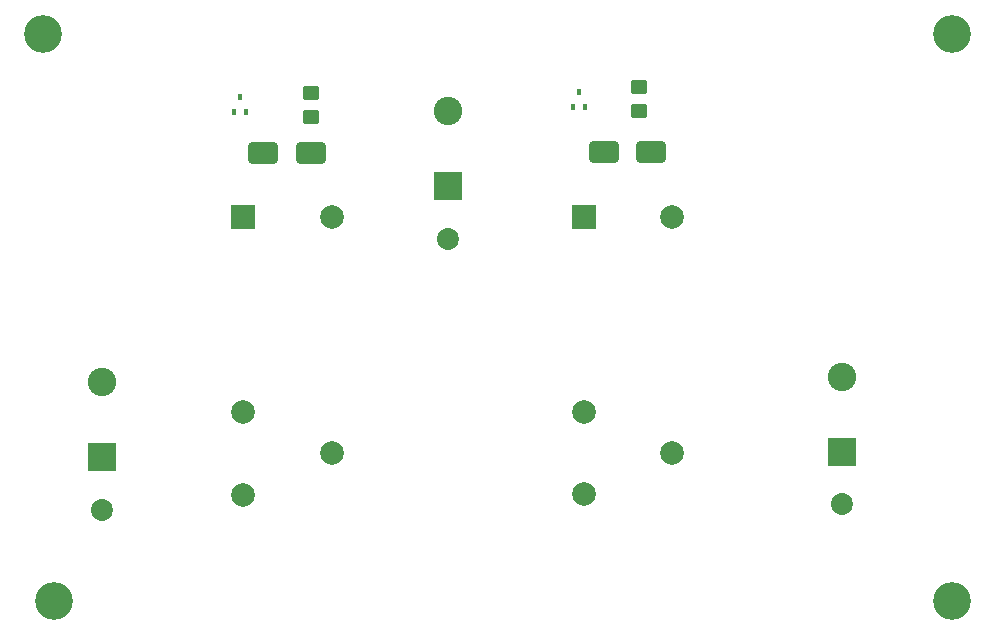
<source format=gts>
G04 #@! TF.GenerationSoftware,KiCad,Pcbnew,9.0.0*
G04 #@! TF.CreationDate,2025-04-12T14:13:05-05:00*
G04 #@! TF.ProjectId,Charging_PCB,43686172-6769-46e6-975f-5043422e6b69,rev?*
G04 #@! TF.SameCoordinates,Original*
G04 #@! TF.FileFunction,Soldermask,Top*
G04 #@! TF.FilePolarity,Negative*
%FSLAX46Y46*%
G04 Gerber Fmt 4.6, Leading zero omitted, Abs format (unit mm)*
G04 Created by KiCad (PCBNEW 9.0.0) date 2025-04-12 14:13:05*
%MOMM*%
%LPD*%
G01*
G04 APERTURE LIST*
G04 Aperture macros list*
%AMRoundRect*
0 Rectangle with rounded corners*
0 $1 Rounding radius*
0 $2 $3 $4 $5 $6 $7 $8 $9 X,Y pos of 4 corners*
0 Add a 4 corners polygon primitive as box body*
4,1,4,$2,$3,$4,$5,$6,$7,$8,$9,$2,$3,0*
0 Add four circle primitives for the rounded corners*
1,1,$1+$1,$2,$3*
1,1,$1+$1,$4,$5*
1,1,$1+$1,$6,$7*
1,1,$1+$1,$8,$9*
0 Add four rect primitives between the rounded corners*
20,1,$1+$1,$2,$3,$4,$5,0*
20,1,$1+$1,$4,$5,$6,$7,0*
20,1,$1+$1,$6,$7,$8,$9,0*
20,1,$1+$1,$8,$9,$2,$3,0*%
G04 Aperture macros list end*
%ADD10C,1.860000*%
%ADD11RoundRect,0.102000X1.105000X-1.105000X1.105000X1.105000X-1.105000X1.105000X-1.105000X-1.105000X0*%
%ADD12C,2.414000*%
%ADD13C,2.000000*%
%ADD14R,2.000000X2.000000*%
%ADD15RoundRect,0.250000X-0.450000X0.350000X-0.450000X-0.350000X0.450000X-0.350000X0.450000X0.350000X0*%
%ADD16C,3.200000*%
%ADD17RoundRect,0.100000X-0.100000X0.155000X-0.100000X-0.155000X0.100000X-0.155000X0.100000X0.155000X0*%
%ADD18RoundRect,0.250000X1.000000X0.650000X-1.000000X0.650000X-1.000000X-0.650000X1.000000X-0.650000X0*%
G04 APERTURE END LIST*
D10*
X117000000Y-119800000D03*
D11*
X117000000Y-115350000D03*
D12*
X117000000Y-109000000D03*
D13*
X165312500Y-114962500D03*
X157812500Y-111462500D03*
X157812500Y-118462500D03*
D14*
X157812500Y-94962500D03*
D13*
X165312500Y-94962500D03*
D15*
X162500000Y-84000000D03*
X162500000Y-86000000D03*
D13*
X136500000Y-115000000D03*
X129000000Y-111500000D03*
X129000000Y-118500000D03*
D14*
X129000000Y-95000000D03*
D13*
X136500000Y-95000000D03*
D16*
X189000000Y-127500000D03*
D15*
X134687500Y-84500000D03*
X134687500Y-86500000D03*
D10*
X179677500Y-119300000D03*
D11*
X179677500Y-114850000D03*
D12*
X179677500Y-108500000D03*
D17*
X128187500Y-86120000D03*
X129187500Y-86120000D03*
X128687500Y-84830000D03*
X156950000Y-85707500D03*
X157950000Y-85707500D03*
X157450000Y-84417500D03*
D16*
X112000000Y-79500000D03*
D18*
X163500000Y-89500000D03*
X159500000Y-89500000D03*
X134687500Y-89537500D03*
X130687500Y-89537500D03*
D10*
X146365000Y-96837500D03*
D11*
X146365000Y-92387500D03*
D12*
X146365000Y-86037500D03*
D16*
X189000000Y-79500000D03*
X113000000Y-127500000D03*
M02*

</source>
